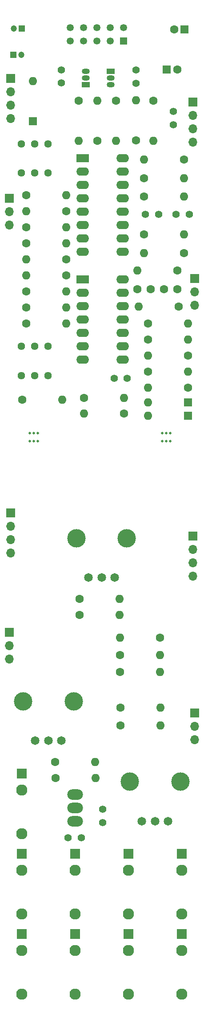
<source format=gbr>
%TF.GenerationSoftware,KiCad,Pcbnew,(6.0.4)*%
%TF.CreationDate,2022-06-07T18:20:15+01:00*%
%TF.ProjectId,panelized-boards,70616e65-6c69-47a6-9564-2d626f617264,rev?*%
%TF.SameCoordinates,Original*%
%TF.FileFunction,Soldermask,Bot*%
%TF.FilePolarity,Negative*%
%FSLAX46Y46*%
G04 Gerber Fmt 4.6, Leading zero omitted, Abs format (unit mm)*
G04 Created by KiCad (PCBNEW (6.0.4)) date 2022-06-07 18:20:15*
%MOMM*%
%LPD*%
G01*
G04 APERTURE LIST*
%ADD10R,1.600000X1.600000*%
%ADD11C,1.600000*%
%ADD12O,1.600000X1.600000*%
%ADD13R,1.700000X1.700000*%
%ADD14O,1.700000X1.700000*%
%ADD15C,1.400000*%
%ADD16C,1.650000*%
%ADD17C,3.495000*%
%ADD18R,1.200000X1.200000*%
%ADD19C,1.200000*%
%ADD20R,2.400000X1.600000*%
%ADD21O,2.400000X1.600000*%
%ADD22R,1.500000X1.050000*%
%ADD23O,1.500000X1.050000*%
%ADD24R,1.930000X1.830000*%
%ADD25C,2.130000*%
%ADD26C,0.500000*%
%ADD27O,3.000000X2.000000*%
%ADD28R,1.350000X1.350000*%
%ADD29C,1.350000*%
%ADD30C,1.440000*%
G04 APERTURE END LIST*
D10*
%TO.C,C13*%
X54480000Y-20057080D03*
D11*
X52480000Y-20057080D03*
%TD*%
%TO.C,R2*%
X24271000Y-51555080D03*
D12*
X31891000Y-51555080D03*
%TD*%
D13*
%TO.C,J16*%
X56060000Y-33787080D03*
D14*
X56060000Y-36327080D03*
X56060000Y-38867080D03*
X56060000Y-41407080D03*
%TD*%
D11*
%TO.C,R38*%
X42193000Y-142133000D03*
D12*
X49813000Y-142133000D03*
%TD*%
D15*
%TO.C,C6*%
X32303000Y-173636000D03*
X34803000Y-173636000D03*
%TD*%
D11*
%TO.C,R22*%
X47500000Y-78993080D03*
D12*
X55120000Y-78993080D03*
%TD*%
D16*
%TO.C,RV4*%
X26028000Y-155183000D03*
X28528000Y-155183000D03*
X31028000Y-155183000D03*
D17*
X23728000Y-147683000D03*
X33328000Y-147683000D03*
%TD*%
D11*
%TO.C,R30*%
X53088000Y-65791080D03*
D12*
X45468000Y-65791080D03*
%TD*%
D11*
%TO.C,R27*%
X24271000Y-69843080D03*
D12*
X31891000Y-69843080D03*
%TD*%
D11*
%TO.C,R24*%
X54358000Y-44721747D03*
D12*
X46738000Y-44721747D03*
%TD*%
D11*
%TO.C,R19*%
X29843000Y-159246000D03*
D12*
X37463000Y-159246000D03*
%TD*%
D11*
%TO.C,R25*%
X31891000Y-63753080D03*
D12*
X24271000Y-63753080D03*
%TD*%
D15*
%TO.C,C2*%
X30990000Y-27691080D03*
X30990000Y-30191080D03*
%TD*%
D18*
%TO.C,C12*%
X23468600Y-19885080D03*
D19*
X21968600Y-19885080D03*
%TD*%
D20*
%TO.C,U1*%
X35064000Y-67564080D03*
D21*
X35064000Y-70104080D03*
X35064000Y-72644080D03*
X35064000Y-75184080D03*
X35064000Y-77724080D03*
X35064000Y-80264080D03*
X35064000Y-82804080D03*
X42684000Y-82804080D03*
X42684000Y-80264080D03*
X42684000Y-77724080D03*
X42684000Y-75184080D03*
X42684000Y-72644080D03*
X42684000Y-70104080D03*
X42684000Y-67564080D03*
%TD*%
D11*
%TO.C,R14*%
X42268000Y-148908000D03*
D12*
X49888000Y-148908000D03*
%TD*%
D22*
%TO.C,U3*%
X35668000Y-30485080D03*
D23*
X35668000Y-29215080D03*
X35668000Y-27945080D03*
%TD*%
D11*
%TO.C,R33*%
X49763000Y-135633000D03*
D12*
X42143000Y-135633000D03*
%TD*%
D11*
%TO.C,R32*%
X55120000Y-88137080D03*
D12*
X47500000Y-88137080D03*
%TD*%
D10*
%TO.C,D2*%
X25548000Y-37469080D03*
D12*
X25548000Y-29849080D03*
%TD*%
D13*
%TO.C,J18*%
X21084000Y-52075080D03*
D14*
X21084000Y-54615080D03*
X21084000Y-57155080D03*
%TD*%
D13*
%TO.C,J20*%
X56390000Y-67321080D03*
D14*
X56390000Y-69861080D03*
X56390000Y-72401080D03*
%TD*%
D11*
%TO.C,R28*%
X46738000Y-58933080D03*
D12*
X54358000Y-58933080D03*
%TD*%
D11*
%TO.C,R15*%
X37848000Y-41153080D03*
D12*
X37848000Y-33533080D03*
%TD*%
D24*
%TO.C,J7*%
X53933000Y-191903000D03*
D25*
X53933000Y-203303000D03*
X53933000Y-195003000D03*
%TD*%
D11*
%TO.C,R39*%
X34447000Y-131318000D03*
D12*
X42067000Y-131318000D03*
%TD*%
D11*
%TO.C,C14*%
X45508000Y-69347080D03*
X48008000Y-69347080D03*
%TD*%
D26*
%TO.C,mouse-bite-2mm-slot*%
X25000000Y-96770000D03*
X26500000Y-96770000D03*
X25750000Y-98270000D03*
X25750000Y-96770000D03*
X26500000Y-98270000D03*
X25000000Y-98270000D03*
%TD*%
D11*
%TO.C,R36*%
X24271000Y-60699080D03*
D12*
X31891000Y-60699080D03*
%TD*%
D11*
%TO.C,R16*%
X24271000Y-75945080D03*
D12*
X31891000Y-75945080D03*
%TD*%
D11*
%TO.C,R29*%
X54358000Y-62489080D03*
D12*
X46738000Y-62489080D03*
%TD*%
D11*
%TO.C,R35*%
X31891000Y-54609080D03*
D12*
X24271000Y-54609080D03*
%TD*%
D11*
%TO.C,R11*%
X34447000Y-128270000D03*
D12*
X42067000Y-128270000D03*
%TD*%
D11*
%TO.C,R9*%
X23509000Y-90423080D03*
D12*
X31129000Y-90423080D03*
%TD*%
D15*
%TO.C,C3*%
X43560000Y-86295080D03*
X41060000Y-86295080D03*
%TD*%
D11*
%TO.C,R31*%
X24271000Y-57657080D03*
D12*
X31891000Y-57657080D03*
%TD*%
D11*
%TO.C,R34*%
X31891000Y-66795080D03*
D12*
X24271000Y-66795080D03*
%TD*%
D11*
%TO.C,R12*%
X24271000Y-72897080D03*
D12*
X31891000Y-72897080D03*
%TD*%
D11*
%TO.C,R1*%
X34292000Y-33533080D03*
D12*
X34292000Y-41153080D03*
%TD*%
D10*
%TO.C,C10*%
X51056000Y-27685080D03*
D11*
X53056000Y-27685080D03*
%TD*%
D15*
%TO.C,C4*%
X55334000Y-55135747D03*
X52834000Y-55135747D03*
%TD*%
%TO.C,C5*%
X45214000Y-30231080D03*
X45214000Y-27731080D03*
%TD*%
D20*
%TO.C,U2*%
X35039000Y-44470080D03*
D21*
X35039000Y-47010080D03*
X35039000Y-49550080D03*
X35039000Y-52090080D03*
X35039000Y-54630080D03*
X35039000Y-57170080D03*
X35039000Y-59710080D03*
X35039000Y-62250080D03*
X42659000Y-62250080D03*
X42659000Y-59710080D03*
X42659000Y-57170080D03*
X42659000Y-54630080D03*
X42659000Y-52090080D03*
X42659000Y-49550080D03*
X42659000Y-47010080D03*
X42659000Y-44470080D03*
%TD*%
D11*
%TO.C,R6*%
X35308000Y-90035080D03*
D12*
X42928000Y-90035080D03*
%TD*%
D11*
%TO.C,R5*%
X45214000Y-41147080D03*
D12*
X45214000Y-33527080D03*
%TD*%
D24*
%TO.C,J1*%
X33613000Y-191903000D03*
D25*
X33613000Y-203303000D03*
X33613000Y-195003000D03*
%TD*%
D15*
%TO.C,C8*%
X38853000Y-170733000D03*
X38853000Y-168233000D03*
%TD*%
D11*
%TO.C,R17*%
X53342000Y-72649080D03*
D12*
X45722000Y-72649080D03*
%TD*%
D11*
%TO.C,R7*%
X46738000Y-51808414D03*
D12*
X54358000Y-51808414D03*
%TD*%
D22*
%TO.C,U4*%
X40388000Y-27945080D03*
D23*
X40388000Y-29215080D03*
X40388000Y-30485080D03*
%TD*%
D10*
%TO.C,D3*%
X55120000Y-93471080D03*
D12*
X47500000Y-93471080D03*
%TD*%
D24*
%TO.C,J2*%
X43773000Y-191903000D03*
D25*
X43773000Y-203303000D03*
X43773000Y-195003000D03*
%TD*%
D11*
%TO.C,R18*%
X55120000Y-82041080D03*
D12*
X47500000Y-82041080D03*
%TD*%
D11*
%TO.C,C15*%
X50588000Y-69347080D03*
X53088000Y-69347080D03*
%TD*%
D24*
%TO.C,J4*%
X23453000Y-161448000D03*
D25*
X23453000Y-172848000D03*
X23453000Y-164548000D03*
%TD*%
D15*
%TO.C,C11*%
X52326000Y-38105080D03*
X52326000Y-35605080D03*
%TD*%
D11*
%TO.C,R13*%
X48516000Y-33533080D03*
D12*
X48516000Y-41153080D03*
%TD*%
D11*
%TO.C,R8*%
X42928000Y-93035080D03*
D12*
X35308000Y-93035080D03*
%TD*%
D26*
%TO.C,mouse-bite-2mm-slot*%
X51750000Y-98270000D03*
X50250000Y-96770000D03*
X51000000Y-96770000D03*
X50250000Y-98270000D03*
X51750000Y-96770000D03*
X51000000Y-98270000D03*
%TD*%
D27*
%TO.C,S1*%
X33613000Y-170468000D03*
X33613000Y-167928000D03*
X33613000Y-165388000D03*
%TD*%
D16*
%TO.C,RV3*%
X36178000Y-124208000D03*
X38678000Y-124208000D03*
X41178000Y-124208000D03*
D17*
X33878000Y-116708000D03*
X43478000Y-116708000D03*
%TD*%
D24*
%TO.C,J6*%
X43773000Y-176688000D03*
D25*
X43773000Y-188088000D03*
X43773000Y-179788000D03*
%TD*%
D16*
%TO.C,RV5*%
X46353000Y-170458000D03*
X48853000Y-170458000D03*
X51353000Y-170458000D03*
D17*
X44053000Y-162958000D03*
X53653000Y-162958000D03*
%TD*%
D11*
%TO.C,R10*%
X41404000Y-33533080D03*
D12*
X41404000Y-41153080D03*
%TD*%
D24*
%TO.C,J12*%
X23453000Y-191903000D03*
D25*
X23453000Y-203303000D03*
X23453000Y-195003000D03*
%TD*%
D24*
%TO.C,J8*%
X53933000Y-176688000D03*
D25*
X53933000Y-188088000D03*
X53933000Y-179788000D03*
%TD*%
D11*
%TO.C,R4*%
X46738000Y-48265080D03*
D12*
X54358000Y-48265080D03*
%TD*%
D18*
%TO.C,C9*%
X21873401Y-24835080D03*
D19*
X23373401Y-24835080D03*
%TD*%
D11*
%TO.C,R26*%
X42253000Y-152283000D03*
D12*
X49873000Y-152283000D03*
%TD*%
D13*
%TO.C,J14*%
X21338000Y-29341080D03*
D14*
X21338000Y-31881080D03*
X21338000Y-34421080D03*
X21338000Y-36961080D03*
%TD*%
D11*
%TO.C,R21*%
X47500000Y-75945080D03*
D12*
X55120000Y-75945080D03*
%TD*%
D24*
%TO.C,J3*%
X23453000Y-176688000D03*
D25*
X23453000Y-188088000D03*
X23453000Y-179788000D03*
%TD*%
D11*
%TO.C,R20*%
X47500000Y-85089080D03*
D12*
X55120000Y-85089080D03*
%TD*%
D11*
%TO.C,R23*%
X29853000Y-162283000D03*
D12*
X37473000Y-162283000D03*
%TD*%
D11*
%TO.C,R3*%
X42193000Y-138883000D03*
D12*
X49813000Y-138883000D03*
%TD*%
D10*
%TO.C,D1*%
X55120000Y-90931080D03*
D12*
X47500000Y-90931080D03*
%TD*%
D15*
%TO.C,C1*%
X46992000Y-55148414D03*
X49492000Y-55148414D03*
%TD*%
D24*
%TO.C,J5*%
X33613000Y-176688000D03*
D25*
X33613000Y-188088000D03*
X33613000Y-179788000D03*
%TD*%
D13*
%TO.C,J20*%
X56423000Y-149866000D03*
D14*
X56423000Y-152406000D03*
X56423000Y-154946000D03*
%TD*%
D28*
%TO.C,J9*%
X42886000Y-22235080D03*
D29*
X42886000Y-19695080D03*
X40346000Y-22235080D03*
X40346000Y-19695080D03*
X37806000Y-22235080D03*
X37806000Y-19695080D03*
X35266000Y-22235080D03*
X35266000Y-19695080D03*
X32726000Y-22235080D03*
X32726000Y-19695080D03*
%TD*%
D30*
%TO.C,RV6*%
X28448000Y-85851080D03*
X25908000Y-85851080D03*
X23368000Y-85851080D03*
%TD*%
D13*
%TO.C,J16*%
X56093000Y-116332000D03*
D14*
X56093000Y-118872000D03*
X56093000Y-121412000D03*
X56093000Y-123952000D03*
%TD*%
D30*
%TO.C,RV2*%
X28448000Y-41787080D03*
X25908000Y-41787080D03*
X23368000Y-41787080D03*
%TD*%
%TO.C,RV7*%
X28448000Y-80263080D03*
X25908000Y-80263080D03*
X23368000Y-80263080D03*
%TD*%
D13*
%TO.C,J18*%
X21117000Y-134620000D03*
D14*
X21117000Y-137160000D03*
X21117000Y-139700000D03*
%TD*%
D30*
%TO.C,RV1*%
X28446000Y-47285080D03*
X25906000Y-47285080D03*
X23366000Y-47285080D03*
%TD*%
D13*
%TO.C,J14*%
X21371000Y-111886000D03*
D14*
X21371000Y-114426000D03*
X21371000Y-116966000D03*
X21371000Y-119506000D03*
%TD*%
M02*

</source>
